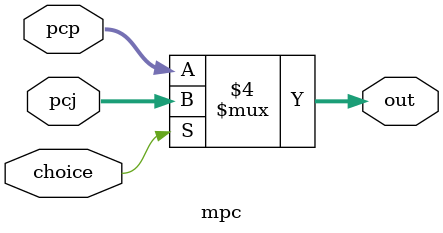
<source format=v>

module mpc( //Mux of PC source
    input[7:0] pcp, //PC plus
    input[7:0] pcj, //Jump
    input choice,
    output reg[7:0] out
);

always@(*)
begin
    
    if (choice == 1)
        out = pcj;
    else
        out = pcp;
end
    
endmodule
</source>
